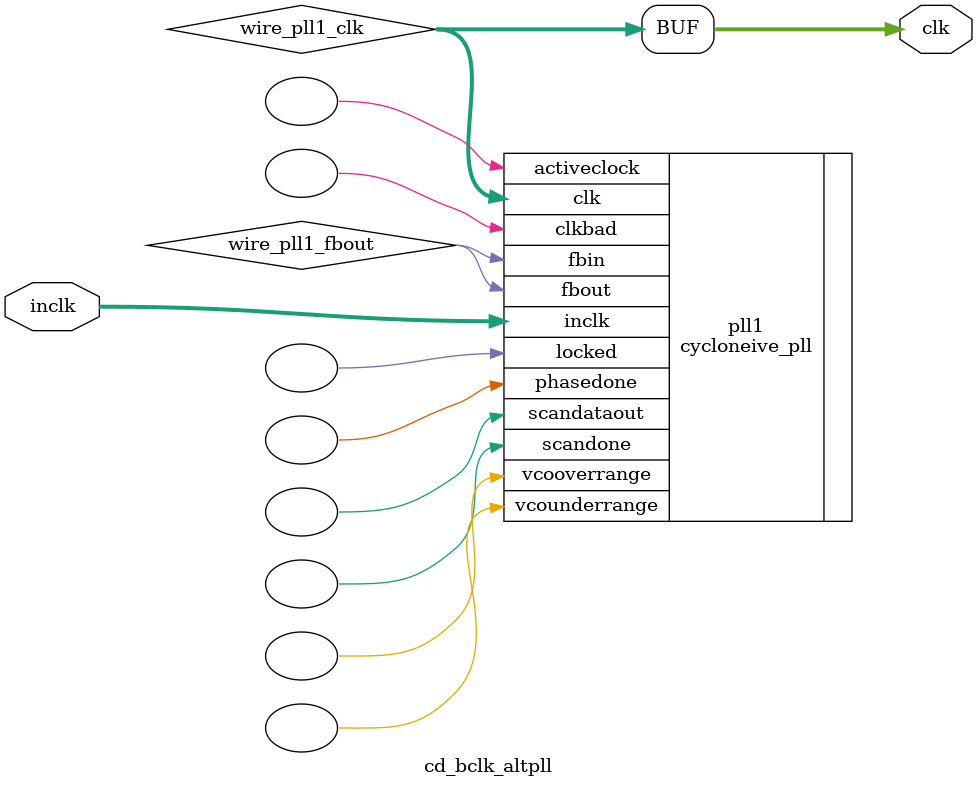
<source format=v>






//synthesis_resources = cycloneive_pll 1 
//synopsys translate_off
`timescale 1 ps / 1 ps
//synopsys translate_on
module  cd_bclk_altpll
	( 
	clk,
	inclk) /* synthesis synthesis_clearbox=1 */;
	output   [4:0]  clk;
	input   [1:0]  inclk;
`ifndef ALTERA_RESERVED_QIS
// synopsys translate_off
`endif
	tri0   [1:0]  inclk;
`ifndef ALTERA_RESERVED_QIS
// synopsys translate_on
`endif

	wire  [4:0]   wire_pll1_clk;
	wire  wire_pll1_fbout;

	cycloneive_pll   pll1
	( 
	.activeclock(),
	.clk(wire_pll1_clk),
	.clkbad(),
	.fbin(wire_pll1_fbout),
	.fbout(wire_pll1_fbout),
	.inclk(inclk),
	.locked(),
	.phasedone(),
	.scandataout(),
	.scandone(),
	.vcooverrange(),
	.vcounderrange()
	`ifndef FORMAL_VERIFICATION
	// synopsys translate_off
	`endif
	,
	.areset(1'b0),
	.clkswitch(1'b0),
	.configupdate(1'b0),
	.pfdena(1'b1),
	.phasecounterselect({3{1'b0}}),
	.phasestep(1'b0),
	.phaseupdown(1'b0),
	.scanclk(1'b0),
	.scanclkena(1'b1),
	.scandata(1'b0)
	`ifndef FORMAL_VERIFICATION
	// synopsys translate_on
	`endif
	);
	defparam
		pll1.bandwidth_type = "auto",
		pll1.clk0_divide_by = 5000,
		pll1.clk0_duty_cycle = 50,
		pll1.clk0_multiply_by = 141,
		pll1.clk0_phase_shift = "0",
		pll1.compensate_clock = "clk0",
		pll1.inclk0_input_frequency = 20000,
		pll1.operation_mode = "normal",
		pll1.pll_type = "auto",
		pll1.lpm_type = "cycloneive_pll";
	assign
		clk = {wire_pll1_clk[4:0]};
endmodule //cd_bclk_altpll
//VALID FILE

</source>
